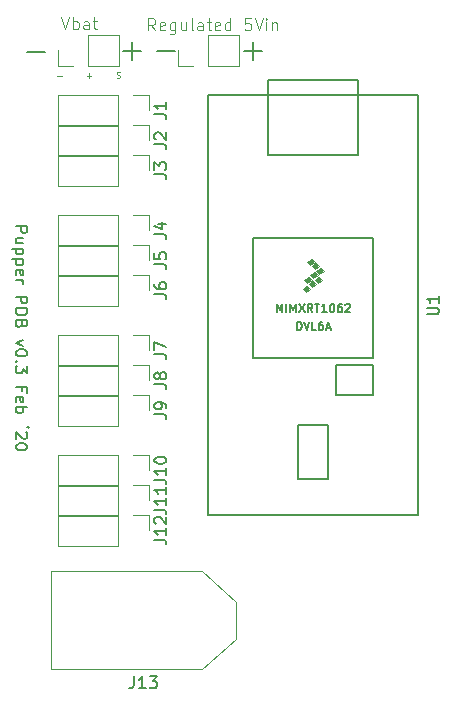
<source format=gbr>
G04 #@! TF.GenerationSoftware,KiCad,Pcbnew,(5.1.4-0-10_14)*
G04 #@! TF.CreationDate,2020-04-05T14:04:58-07:00*
G04 #@! TF.ProjectId,ServoPower2,53657276-6f50-46f7-9765-72322e6b6963,rev?*
G04 #@! TF.SameCoordinates,Original*
G04 #@! TF.FileFunction,Legend,Top*
G04 #@! TF.FilePolarity,Positive*
%FSLAX46Y46*%
G04 Gerber Fmt 4.6, Leading zero omitted, Abs format (unit mm)*
G04 Created by KiCad (PCBNEW (5.1.4-0-10_14)) date 2020-04-05 14:04:58*
%MOMM*%
%LPD*%
G04 APERTURE LIST*
%ADD10C,0.200000*%
%ADD11C,0.070000*%
%ADD12C,0.120000*%
%ADD13C,0.150000*%
%ADD14C,0.100000*%
G04 APERTURE END LIST*
D10*
X159438095Y-63542857D02*
X160961904Y-63542857D01*
X166878095Y-63542857D02*
X168401904Y-63542857D01*
X167640000Y-64304761D02*
X167640000Y-62780952D01*
D11*
X151027142Y-65635714D02*
X151408095Y-65635714D01*
X153550952Y-65635714D02*
X153931904Y-65635714D01*
X153741428Y-65826190D02*
X153741428Y-65445238D01*
X156050952Y-65802380D02*
X156122380Y-65826190D01*
X156241428Y-65826190D01*
X156289047Y-65802380D01*
X156312857Y-65778571D01*
X156336666Y-65730952D01*
X156336666Y-65683333D01*
X156312857Y-65635714D01*
X156289047Y-65611904D01*
X156241428Y-65588095D01*
X156146190Y-65564285D01*
X156098571Y-65540476D01*
X156074761Y-65516666D01*
X156050952Y-65469047D01*
X156050952Y-65421428D01*
X156074761Y-65373809D01*
X156098571Y-65350000D01*
X156146190Y-65326190D01*
X156265238Y-65326190D01*
X156336666Y-65350000D01*
D12*
X151376190Y-60702380D02*
X151709523Y-61702380D01*
X152042857Y-60702380D01*
X152376190Y-61702380D02*
X152376190Y-60702380D01*
X152376190Y-61083333D02*
X152471428Y-61035714D01*
X152661904Y-61035714D01*
X152757142Y-61083333D01*
X152804761Y-61130952D01*
X152852380Y-61226190D01*
X152852380Y-61511904D01*
X152804761Y-61607142D01*
X152757142Y-61654761D01*
X152661904Y-61702380D01*
X152471428Y-61702380D01*
X152376190Y-61654761D01*
X153709523Y-61702380D02*
X153709523Y-61178571D01*
X153661904Y-61083333D01*
X153566666Y-61035714D01*
X153376190Y-61035714D01*
X153280952Y-61083333D01*
X153709523Y-61654761D02*
X153614285Y-61702380D01*
X153376190Y-61702380D01*
X153280952Y-61654761D01*
X153233333Y-61559523D01*
X153233333Y-61464285D01*
X153280952Y-61369047D01*
X153376190Y-61321428D01*
X153614285Y-61321428D01*
X153709523Y-61273809D01*
X154042857Y-61035714D02*
X154423809Y-61035714D01*
X154185714Y-60702380D02*
X154185714Y-61559523D01*
X154233333Y-61654761D01*
X154328571Y-61702380D01*
X154423809Y-61702380D01*
X159319047Y-61802380D02*
X158985714Y-61326190D01*
X158747619Y-61802380D02*
X158747619Y-60802380D01*
X159128571Y-60802380D01*
X159223809Y-60850000D01*
X159271428Y-60897619D01*
X159319047Y-60992857D01*
X159319047Y-61135714D01*
X159271428Y-61230952D01*
X159223809Y-61278571D01*
X159128571Y-61326190D01*
X158747619Y-61326190D01*
X160128571Y-61754761D02*
X160033333Y-61802380D01*
X159842857Y-61802380D01*
X159747619Y-61754761D01*
X159700000Y-61659523D01*
X159700000Y-61278571D01*
X159747619Y-61183333D01*
X159842857Y-61135714D01*
X160033333Y-61135714D01*
X160128571Y-61183333D01*
X160176190Y-61278571D01*
X160176190Y-61373809D01*
X159700000Y-61469047D01*
X161033333Y-61135714D02*
X161033333Y-61945238D01*
X160985714Y-62040476D01*
X160938095Y-62088095D01*
X160842857Y-62135714D01*
X160700000Y-62135714D01*
X160604761Y-62088095D01*
X161033333Y-61754761D02*
X160938095Y-61802380D01*
X160747619Y-61802380D01*
X160652380Y-61754761D01*
X160604761Y-61707142D01*
X160557142Y-61611904D01*
X160557142Y-61326190D01*
X160604761Y-61230952D01*
X160652380Y-61183333D01*
X160747619Y-61135714D01*
X160938095Y-61135714D01*
X161033333Y-61183333D01*
X161938095Y-61135714D02*
X161938095Y-61802380D01*
X161509523Y-61135714D02*
X161509523Y-61659523D01*
X161557142Y-61754761D01*
X161652380Y-61802380D01*
X161795238Y-61802380D01*
X161890476Y-61754761D01*
X161938095Y-61707142D01*
X162557142Y-61802380D02*
X162461904Y-61754761D01*
X162414285Y-61659523D01*
X162414285Y-60802380D01*
X163366666Y-61802380D02*
X163366666Y-61278571D01*
X163319047Y-61183333D01*
X163223809Y-61135714D01*
X163033333Y-61135714D01*
X162938095Y-61183333D01*
X163366666Y-61754761D02*
X163271428Y-61802380D01*
X163033333Y-61802380D01*
X162938095Y-61754761D01*
X162890476Y-61659523D01*
X162890476Y-61564285D01*
X162938095Y-61469047D01*
X163033333Y-61421428D01*
X163271428Y-61421428D01*
X163366666Y-61373809D01*
X163700000Y-61135714D02*
X164080952Y-61135714D01*
X163842857Y-60802380D02*
X163842857Y-61659523D01*
X163890476Y-61754761D01*
X163985714Y-61802380D01*
X164080952Y-61802380D01*
X164795238Y-61754761D02*
X164700000Y-61802380D01*
X164509523Y-61802380D01*
X164414285Y-61754761D01*
X164366666Y-61659523D01*
X164366666Y-61278571D01*
X164414285Y-61183333D01*
X164509523Y-61135714D01*
X164700000Y-61135714D01*
X164795238Y-61183333D01*
X164842857Y-61278571D01*
X164842857Y-61373809D01*
X164366666Y-61469047D01*
X165700000Y-61802380D02*
X165700000Y-60802380D01*
X165700000Y-61754761D02*
X165604761Y-61802380D01*
X165414285Y-61802380D01*
X165319047Y-61754761D01*
X165271428Y-61707142D01*
X165223809Y-61611904D01*
X165223809Y-61326190D01*
X165271428Y-61230952D01*
X165319047Y-61183333D01*
X165414285Y-61135714D01*
X165604761Y-61135714D01*
X165700000Y-61183333D01*
X167414285Y-60802380D02*
X166938095Y-60802380D01*
X166890476Y-61278571D01*
X166938095Y-61230952D01*
X167033333Y-61183333D01*
X167271428Y-61183333D01*
X167366666Y-61230952D01*
X167414285Y-61278571D01*
X167461904Y-61373809D01*
X167461904Y-61611904D01*
X167414285Y-61707142D01*
X167366666Y-61754761D01*
X167271428Y-61802380D01*
X167033333Y-61802380D01*
X166938095Y-61754761D01*
X166890476Y-61707142D01*
X167747619Y-60802380D02*
X168080952Y-61802380D01*
X168414285Y-60802380D01*
X168747619Y-61802380D02*
X168747619Y-61135714D01*
X168747619Y-60802380D02*
X168700000Y-60850000D01*
X168747619Y-60897619D01*
X168795238Y-60850000D01*
X168747619Y-60802380D01*
X168747619Y-60897619D01*
X169223809Y-61135714D02*
X169223809Y-61802380D01*
X169223809Y-61230952D02*
X169271428Y-61183333D01*
X169366666Y-61135714D01*
X169509523Y-61135714D01*
X169604761Y-61183333D01*
X169652380Y-61278571D01*
X169652380Y-61802380D01*
D10*
X148463095Y-63642857D02*
X149986904Y-63642857D01*
X156638095Y-63542857D02*
X158161904Y-63542857D01*
X157400000Y-64304761D02*
X157400000Y-62780952D01*
D13*
X147502619Y-78397619D02*
X148502619Y-78397619D01*
X148502619Y-78778571D01*
X148455000Y-78873809D01*
X148407380Y-78921428D01*
X148312142Y-78969047D01*
X148169285Y-78969047D01*
X148074047Y-78921428D01*
X148026428Y-78873809D01*
X147978809Y-78778571D01*
X147978809Y-78397619D01*
X148169285Y-79826190D02*
X147502619Y-79826190D01*
X148169285Y-79397619D02*
X147645476Y-79397619D01*
X147550238Y-79445238D01*
X147502619Y-79540476D01*
X147502619Y-79683333D01*
X147550238Y-79778571D01*
X147597857Y-79826190D01*
X148169285Y-80302380D02*
X147169285Y-80302380D01*
X148121666Y-80302380D02*
X148169285Y-80397619D01*
X148169285Y-80588095D01*
X148121666Y-80683333D01*
X148074047Y-80730952D01*
X147978809Y-80778571D01*
X147693095Y-80778571D01*
X147597857Y-80730952D01*
X147550238Y-80683333D01*
X147502619Y-80588095D01*
X147502619Y-80397619D01*
X147550238Y-80302380D01*
X148169285Y-81207142D02*
X147169285Y-81207142D01*
X148121666Y-81207142D02*
X148169285Y-81302380D01*
X148169285Y-81492857D01*
X148121666Y-81588095D01*
X148074047Y-81635714D01*
X147978809Y-81683333D01*
X147693095Y-81683333D01*
X147597857Y-81635714D01*
X147550238Y-81588095D01*
X147502619Y-81492857D01*
X147502619Y-81302380D01*
X147550238Y-81207142D01*
X147550238Y-82492857D02*
X147502619Y-82397619D01*
X147502619Y-82207142D01*
X147550238Y-82111904D01*
X147645476Y-82064285D01*
X148026428Y-82064285D01*
X148121666Y-82111904D01*
X148169285Y-82207142D01*
X148169285Y-82397619D01*
X148121666Y-82492857D01*
X148026428Y-82540476D01*
X147931190Y-82540476D01*
X147835952Y-82064285D01*
X147502619Y-82969047D02*
X148169285Y-82969047D01*
X147978809Y-82969047D02*
X148074047Y-83016666D01*
X148121666Y-83064285D01*
X148169285Y-83159523D01*
X148169285Y-83254761D01*
X147502619Y-84350000D02*
X148502619Y-84350000D01*
X148502619Y-84730952D01*
X148455000Y-84826190D01*
X148407380Y-84873809D01*
X148312142Y-84921428D01*
X148169285Y-84921428D01*
X148074047Y-84873809D01*
X148026428Y-84826190D01*
X147978809Y-84730952D01*
X147978809Y-84350000D01*
X147502619Y-85350000D02*
X148502619Y-85350000D01*
X148502619Y-85588095D01*
X148455000Y-85730952D01*
X148359761Y-85826190D01*
X148264523Y-85873809D01*
X148074047Y-85921428D01*
X147931190Y-85921428D01*
X147740714Y-85873809D01*
X147645476Y-85826190D01*
X147550238Y-85730952D01*
X147502619Y-85588095D01*
X147502619Y-85350000D01*
X148026428Y-86683333D02*
X147978809Y-86826190D01*
X147931190Y-86873809D01*
X147835952Y-86921428D01*
X147693095Y-86921428D01*
X147597857Y-86873809D01*
X147550238Y-86826190D01*
X147502619Y-86730952D01*
X147502619Y-86350000D01*
X148502619Y-86350000D01*
X148502619Y-86683333D01*
X148455000Y-86778571D01*
X148407380Y-86826190D01*
X148312142Y-86873809D01*
X148216904Y-86873809D01*
X148121666Y-86826190D01*
X148074047Y-86778571D01*
X148026428Y-86683333D01*
X148026428Y-86350000D01*
X148169285Y-88016666D02*
X147502619Y-88254761D01*
X148169285Y-88492857D01*
X148502619Y-89064285D02*
X148502619Y-89159523D01*
X148455000Y-89254761D01*
X148407380Y-89302380D01*
X148312142Y-89350000D01*
X148121666Y-89397619D01*
X147883571Y-89397619D01*
X147693095Y-89350000D01*
X147597857Y-89302380D01*
X147550238Y-89254761D01*
X147502619Y-89159523D01*
X147502619Y-89064285D01*
X147550238Y-88969047D01*
X147597857Y-88921428D01*
X147693095Y-88873809D01*
X147883571Y-88826190D01*
X148121666Y-88826190D01*
X148312142Y-88873809D01*
X148407380Y-88921428D01*
X148455000Y-88969047D01*
X148502619Y-89064285D01*
X147597857Y-89826190D02*
X147550238Y-89873809D01*
X147502619Y-89826190D01*
X147550238Y-89778571D01*
X147597857Y-89826190D01*
X147502619Y-89826190D01*
X148502619Y-90207142D02*
X148502619Y-90826190D01*
X148121666Y-90492857D01*
X148121666Y-90635714D01*
X148074047Y-90730952D01*
X148026428Y-90778571D01*
X147931190Y-90826190D01*
X147693095Y-90826190D01*
X147597857Y-90778571D01*
X147550238Y-90730952D01*
X147502619Y-90635714D01*
X147502619Y-90350000D01*
X147550238Y-90254761D01*
X147597857Y-90207142D01*
X148026428Y-92350000D02*
X148026428Y-92016666D01*
X147502619Y-92016666D02*
X148502619Y-92016666D01*
X148502619Y-92492857D01*
X147550238Y-93254761D02*
X147502619Y-93159523D01*
X147502619Y-92969047D01*
X147550238Y-92873809D01*
X147645476Y-92826190D01*
X148026428Y-92826190D01*
X148121666Y-92873809D01*
X148169285Y-92969047D01*
X148169285Y-93159523D01*
X148121666Y-93254761D01*
X148026428Y-93302380D01*
X147931190Y-93302380D01*
X147835952Y-92826190D01*
X147502619Y-93730952D02*
X148502619Y-93730952D01*
X148121666Y-93730952D02*
X148169285Y-93826190D01*
X148169285Y-94016666D01*
X148121666Y-94111904D01*
X148074047Y-94159523D01*
X147978809Y-94207142D01*
X147693095Y-94207142D01*
X147597857Y-94159523D01*
X147550238Y-94111904D01*
X147502619Y-94016666D01*
X147502619Y-93826190D01*
X147550238Y-93730952D01*
X148455000Y-95350000D02*
X148502619Y-95350000D01*
X148597857Y-95397619D01*
X148645476Y-95445238D01*
X148407380Y-95826190D02*
X148455000Y-95873809D01*
X148502619Y-95969047D01*
X148502619Y-96207142D01*
X148455000Y-96302380D01*
X148407380Y-96350000D01*
X148312142Y-96397619D01*
X148216904Y-96397619D01*
X148074047Y-96350000D01*
X147502619Y-95778571D01*
X147502619Y-96397619D01*
X148502619Y-97016666D02*
X148502619Y-97111904D01*
X148455000Y-97207142D01*
X148407380Y-97254761D01*
X148312142Y-97302380D01*
X148121666Y-97350000D01*
X147883571Y-97350000D01*
X147693095Y-97302380D01*
X147597857Y-97254761D01*
X147550238Y-97207142D01*
X147502619Y-97111904D01*
X147502619Y-97016666D01*
X147550238Y-96921428D01*
X147597857Y-96873809D01*
X147693095Y-96826190D01*
X147883571Y-96778571D01*
X148121666Y-96778571D01*
X148312142Y-96826190D01*
X148407380Y-96873809D01*
X148455000Y-96921428D01*
X148502619Y-97016666D01*
D14*
G36*
X172593000Y-81153000D02*
G01*
X172847000Y-81407000D01*
X172466000Y-81661000D01*
X172212000Y-81407000D01*
X172593000Y-81153000D01*
G37*
X172593000Y-81153000D02*
X172847000Y-81407000D01*
X172466000Y-81661000D01*
X172212000Y-81407000D01*
X172593000Y-81153000D01*
G36*
X172974000Y-81534000D02*
G01*
X173228000Y-81788000D01*
X172847000Y-82042000D01*
X172593000Y-81788000D01*
X172974000Y-81534000D01*
G37*
X172974000Y-81534000D02*
X173228000Y-81788000D01*
X172847000Y-82042000D01*
X172593000Y-81788000D01*
X172974000Y-81534000D01*
G36*
X172212000Y-83439000D02*
G01*
X172466000Y-83693000D01*
X172085000Y-83947000D01*
X171831000Y-83693000D01*
X172212000Y-83439000D01*
G37*
X172212000Y-83439000D02*
X172466000Y-83693000D01*
X172085000Y-83947000D01*
X171831000Y-83693000D01*
X172212000Y-83439000D01*
G36*
X172720000Y-83058000D02*
G01*
X172974000Y-83312000D01*
X172593000Y-83566000D01*
X172339000Y-83312000D01*
X172720000Y-83058000D01*
G37*
X172720000Y-83058000D02*
X172974000Y-83312000D01*
X172593000Y-83566000D01*
X172339000Y-83312000D01*
X172720000Y-83058000D01*
G36*
X173228000Y-82677000D02*
G01*
X173482000Y-82931000D01*
X173101000Y-83185000D01*
X172847000Y-82931000D01*
X173228000Y-82677000D01*
G37*
X173228000Y-82677000D02*
X173482000Y-82931000D01*
X173101000Y-83185000D01*
X172847000Y-82931000D01*
X173228000Y-82677000D01*
G36*
X172339000Y-82677000D02*
G01*
X172593000Y-82931000D01*
X172212000Y-83185000D01*
X171958000Y-82931000D01*
X172339000Y-82677000D01*
G37*
X172339000Y-82677000D02*
X172593000Y-82931000D01*
X172212000Y-83185000D01*
X171958000Y-82931000D01*
X172339000Y-82677000D01*
G36*
X172847000Y-82296000D02*
G01*
X173101000Y-82550000D01*
X172720000Y-82804000D01*
X172466000Y-82550000D01*
X172847000Y-82296000D01*
G37*
X172847000Y-82296000D02*
X173101000Y-82550000D01*
X172720000Y-82804000D01*
X172466000Y-82550000D01*
X172847000Y-82296000D01*
G36*
X173355000Y-81915000D02*
G01*
X173609000Y-82169000D01*
X173228000Y-82423000D01*
X172974000Y-82169000D01*
X173355000Y-81915000D01*
G37*
X173355000Y-81915000D02*
X173609000Y-82169000D01*
X173228000Y-82423000D01*
X172974000Y-82169000D01*
X173355000Y-81915000D01*
D13*
X174625000Y-90170000D02*
X177800000Y-90170000D01*
X174625000Y-92710000D02*
X174625000Y-90170000D01*
X177800000Y-92710000D02*
X174625000Y-92710000D01*
X177800000Y-90170000D02*
X177800000Y-92710000D01*
X163830000Y-67310000D02*
X181610000Y-67310000D01*
X163830000Y-102870000D02*
X163830000Y-67310000D01*
X181610000Y-102870000D02*
X163830000Y-102870000D01*
X181610000Y-67310000D02*
X181610000Y-102870000D01*
X167640000Y-89535000D02*
X167640000Y-79375000D01*
X177800000Y-89535000D02*
X177800000Y-79375000D01*
X177800000Y-79375000D02*
X167640000Y-79375000D01*
X167640000Y-89535000D02*
X177800000Y-89535000D01*
X173990000Y-95250000D02*
X173990000Y-99822000D01*
X171450000Y-95250000D02*
X173990000Y-95250000D01*
X171450000Y-99822000D02*
X171450000Y-95250000D01*
X173990000Y-99822000D02*
X171450000Y-99822000D01*
X168910000Y-72390000D02*
X168910000Y-67310000D01*
X176530000Y-72390000D02*
X176530000Y-67310000D01*
X168910000Y-72390000D02*
X176530000Y-72390000D01*
X176530000Y-66040000D02*
X176530000Y-67310000D01*
X168910000Y-66040000D02*
X176530000Y-66040000D01*
X168910000Y-67310000D02*
X168910000Y-66040000D01*
D12*
X150475000Y-115910000D02*
X163325000Y-115910000D01*
X166175000Y-113360000D02*
X166175000Y-110210000D01*
X163325000Y-107610000D02*
X150475000Y-107610000D01*
X150475000Y-107610000D02*
X150475000Y-115910000D01*
X163325000Y-115910000D02*
X166175000Y-113360000D01*
X166175000Y-110210000D02*
X163325000Y-107610000D01*
X166430000Y-64830000D02*
X166430000Y-62170000D01*
X163830000Y-64830000D02*
X166430000Y-64830000D01*
X163830000Y-62170000D02*
X166430000Y-62170000D01*
X163830000Y-64830000D02*
X163830000Y-62170000D01*
X162560000Y-64830000D02*
X161230000Y-64830000D01*
X161230000Y-64830000D02*
X161230000Y-63500000D01*
X151070000Y-64830000D02*
X151070000Y-63500000D01*
X152400000Y-64830000D02*
X151070000Y-64830000D01*
X153670000Y-64830000D02*
X153670000Y-62170000D01*
X153670000Y-62170000D02*
X156270000Y-62170000D01*
X153670000Y-64830000D02*
X156270000Y-64830000D01*
X156270000Y-64830000D02*
X156270000Y-62170000D01*
X158810000Y-102810000D02*
X158810000Y-104140000D01*
X157480000Y-102810000D02*
X158810000Y-102810000D01*
X156210000Y-102810000D02*
X156210000Y-105470000D01*
X156210000Y-105470000D02*
X151070000Y-105470000D01*
X156210000Y-102810000D02*
X151070000Y-102810000D01*
X151070000Y-102810000D02*
X151070000Y-105470000D01*
X158810000Y-92650000D02*
X158810000Y-93980000D01*
X157480000Y-92650000D02*
X158810000Y-92650000D01*
X156210000Y-92650000D02*
X156210000Y-95310000D01*
X156210000Y-95310000D02*
X151070000Y-95310000D01*
X156210000Y-92650000D02*
X151070000Y-92650000D01*
X151070000Y-92650000D02*
X151070000Y-95310000D01*
X158810000Y-82490000D02*
X158810000Y-83820000D01*
X157480000Y-82490000D02*
X158810000Y-82490000D01*
X156210000Y-82490000D02*
X156210000Y-85150000D01*
X156210000Y-85150000D02*
X151070000Y-85150000D01*
X156210000Y-82490000D02*
X151070000Y-82490000D01*
X151070000Y-82490000D02*
X151070000Y-85150000D01*
X158810000Y-100270000D02*
X158810000Y-101600000D01*
X157480000Y-100270000D02*
X158810000Y-100270000D01*
X156210000Y-100270000D02*
X156210000Y-102930000D01*
X156210000Y-102930000D02*
X151070000Y-102930000D01*
X156210000Y-100270000D02*
X151070000Y-100270000D01*
X151070000Y-100270000D02*
X151070000Y-102930000D01*
X158810000Y-90110000D02*
X158810000Y-91440000D01*
X157480000Y-90110000D02*
X158810000Y-90110000D01*
X156210000Y-90110000D02*
X156210000Y-92770000D01*
X156210000Y-92770000D02*
X151070000Y-92770000D01*
X156210000Y-90110000D02*
X151070000Y-90110000D01*
X151070000Y-90110000D02*
X151070000Y-92770000D01*
X158810000Y-79950000D02*
X158810000Y-81280000D01*
X157480000Y-79950000D02*
X158810000Y-79950000D01*
X156210000Y-79950000D02*
X156210000Y-82610000D01*
X156210000Y-82610000D02*
X151070000Y-82610000D01*
X156210000Y-79950000D02*
X151070000Y-79950000D01*
X151070000Y-79950000D02*
X151070000Y-82610000D01*
X158810000Y-97730000D02*
X158810000Y-99060000D01*
X157480000Y-97730000D02*
X158810000Y-97730000D01*
X156210000Y-97730000D02*
X156210000Y-100390000D01*
X156210000Y-100390000D02*
X151070000Y-100390000D01*
X156210000Y-97730000D02*
X151070000Y-97730000D01*
X151070000Y-97730000D02*
X151070000Y-100390000D01*
X158810000Y-87570000D02*
X158810000Y-88900000D01*
X157480000Y-87570000D02*
X158810000Y-87570000D01*
X156210000Y-87570000D02*
X156210000Y-90230000D01*
X156210000Y-90230000D02*
X151070000Y-90230000D01*
X156210000Y-87570000D02*
X151070000Y-87570000D01*
X151070000Y-87570000D02*
X151070000Y-90230000D01*
X158810000Y-77410000D02*
X158810000Y-78740000D01*
X157480000Y-77410000D02*
X158810000Y-77410000D01*
X156210000Y-77410000D02*
X156210000Y-80070000D01*
X156210000Y-80070000D02*
X151070000Y-80070000D01*
X156210000Y-77410000D02*
X151070000Y-77410000D01*
X151070000Y-77410000D02*
X151070000Y-80070000D01*
X151070000Y-67250000D02*
X151070000Y-69910000D01*
X156210000Y-67250000D02*
X151070000Y-67250000D01*
X156210000Y-69910000D02*
X151070000Y-69910000D01*
X156210000Y-67250000D02*
X156210000Y-69910000D01*
X157480000Y-67250000D02*
X158810000Y-67250000D01*
X158810000Y-67250000D02*
X158810000Y-68580000D01*
X151070000Y-72330000D02*
X151070000Y-74990000D01*
X156210000Y-72330000D02*
X151070000Y-72330000D01*
X156210000Y-74990000D02*
X151070000Y-74990000D01*
X156210000Y-72330000D02*
X156210000Y-74990000D01*
X157480000Y-72330000D02*
X158810000Y-72330000D01*
X158810000Y-72330000D02*
X158810000Y-73660000D01*
X158810000Y-69790000D02*
X158810000Y-71120000D01*
X157480000Y-69790000D02*
X158810000Y-69790000D01*
X156210000Y-69790000D02*
X156210000Y-72450000D01*
X156210000Y-72450000D02*
X151070000Y-72450000D01*
X156210000Y-69790000D02*
X151070000Y-69790000D01*
X151070000Y-69790000D02*
X151070000Y-72450000D01*
D13*
X182332380Y-85851904D02*
X183141904Y-85851904D01*
X183237142Y-85804285D01*
X183284761Y-85756666D01*
X183332380Y-85661428D01*
X183332380Y-85470952D01*
X183284761Y-85375714D01*
X183237142Y-85328095D01*
X183141904Y-85280476D01*
X182332380Y-85280476D01*
X183332380Y-84280476D02*
X183332380Y-84851904D01*
X183332380Y-84566190D02*
X182332380Y-84566190D01*
X182475238Y-84661428D01*
X182570476Y-84756666D01*
X182618095Y-84851904D01*
X171320000Y-87184666D02*
X171320000Y-86484666D01*
X171486666Y-86484666D01*
X171586666Y-86518000D01*
X171653333Y-86584666D01*
X171686666Y-86651333D01*
X171720000Y-86784666D01*
X171720000Y-86884666D01*
X171686666Y-87018000D01*
X171653333Y-87084666D01*
X171586666Y-87151333D01*
X171486666Y-87184666D01*
X171320000Y-87184666D01*
X171920000Y-86484666D02*
X172153333Y-87184666D01*
X172386666Y-86484666D01*
X172953333Y-87184666D02*
X172620000Y-87184666D01*
X172620000Y-86484666D01*
X173486666Y-86484666D02*
X173353333Y-86484666D01*
X173286666Y-86518000D01*
X173253333Y-86551333D01*
X173186666Y-86651333D01*
X173153333Y-86784666D01*
X173153333Y-87051333D01*
X173186666Y-87118000D01*
X173220000Y-87151333D01*
X173286666Y-87184666D01*
X173420000Y-87184666D01*
X173486666Y-87151333D01*
X173520000Y-87118000D01*
X173553333Y-87051333D01*
X173553333Y-86884666D01*
X173520000Y-86818000D01*
X173486666Y-86784666D01*
X173420000Y-86751333D01*
X173286666Y-86751333D01*
X173220000Y-86784666D01*
X173186666Y-86818000D01*
X173153333Y-86884666D01*
X173820000Y-86984666D02*
X174153333Y-86984666D01*
X173753333Y-87184666D02*
X173986666Y-86484666D01*
X174220000Y-87184666D01*
X169636666Y-85660666D02*
X169636666Y-84960666D01*
X169870000Y-85460666D01*
X170103333Y-84960666D01*
X170103333Y-85660666D01*
X170436666Y-85660666D02*
X170436666Y-84960666D01*
X170770000Y-85660666D02*
X170770000Y-84960666D01*
X171003333Y-85460666D01*
X171236666Y-84960666D01*
X171236666Y-85660666D01*
X171503333Y-84960666D02*
X171970000Y-85660666D01*
X171970000Y-84960666D02*
X171503333Y-85660666D01*
X172636666Y-85660666D02*
X172403333Y-85327333D01*
X172236666Y-85660666D02*
X172236666Y-84960666D01*
X172503333Y-84960666D01*
X172570000Y-84994000D01*
X172603333Y-85027333D01*
X172636666Y-85094000D01*
X172636666Y-85194000D01*
X172603333Y-85260666D01*
X172570000Y-85294000D01*
X172503333Y-85327333D01*
X172236666Y-85327333D01*
X172836666Y-84960666D02*
X173236666Y-84960666D01*
X173036666Y-85660666D02*
X173036666Y-84960666D01*
X173836666Y-85660666D02*
X173436666Y-85660666D01*
X173636666Y-85660666D02*
X173636666Y-84960666D01*
X173570000Y-85060666D01*
X173503333Y-85127333D01*
X173436666Y-85160666D01*
X174270000Y-84960666D02*
X174336666Y-84960666D01*
X174403333Y-84994000D01*
X174436666Y-85027333D01*
X174470000Y-85094000D01*
X174503333Y-85227333D01*
X174503333Y-85394000D01*
X174470000Y-85527333D01*
X174436666Y-85594000D01*
X174403333Y-85627333D01*
X174336666Y-85660666D01*
X174270000Y-85660666D01*
X174203333Y-85627333D01*
X174170000Y-85594000D01*
X174136666Y-85527333D01*
X174103333Y-85394000D01*
X174103333Y-85227333D01*
X174136666Y-85094000D01*
X174170000Y-85027333D01*
X174203333Y-84994000D01*
X174270000Y-84960666D01*
X175103333Y-84960666D02*
X174970000Y-84960666D01*
X174903333Y-84994000D01*
X174870000Y-85027333D01*
X174803333Y-85127333D01*
X174770000Y-85260666D01*
X174770000Y-85527333D01*
X174803333Y-85594000D01*
X174836666Y-85627333D01*
X174903333Y-85660666D01*
X175036666Y-85660666D01*
X175103333Y-85627333D01*
X175136666Y-85594000D01*
X175170000Y-85527333D01*
X175170000Y-85360666D01*
X175136666Y-85294000D01*
X175103333Y-85260666D01*
X175036666Y-85227333D01*
X174903333Y-85227333D01*
X174836666Y-85260666D01*
X174803333Y-85294000D01*
X174770000Y-85360666D01*
X175436666Y-85027333D02*
X175470000Y-84994000D01*
X175536666Y-84960666D01*
X175703333Y-84960666D01*
X175770000Y-84994000D01*
X175803333Y-85027333D01*
X175836666Y-85094000D01*
X175836666Y-85160666D01*
X175803333Y-85260666D01*
X175403333Y-85660666D01*
X175836666Y-85660666D01*
X157515476Y-116512380D02*
X157515476Y-117226666D01*
X157467857Y-117369523D01*
X157372619Y-117464761D01*
X157229761Y-117512380D01*
X157134523Y-117512380D01*
X158515476Y-117512380D02*
X157944047Y-117512380D01*
X158229761Y-117512380D02*
X158229761Y-116512380D01*
X158134523Y-116655238D01*
X158039285Y-116750476D01*
X157944047Y-116798095D01*
X158848809Y-116512380D02*
X159467857Y-116512380D01*
X159134523Y-116893333D01*
X159277380Y-116893333D01*
X159372619Y-116940952D01*
X159420238Y-116988571D01*
X159467857Y-117083809D01*
X159467857Y-117321904D01*
X159420238Y-117417142D01*
X159372619Y-117464761D01*
X159277380Y-117512380D01*
X158991666Y-117512380D01*
X158896428Y-117464761D01*
X158848809Y-117417142D01*
X159262380Y-104949523D02*
X159976666Y-104949523D01*
X160119523Y-104997142D01*
X160214761Y-105092380D01*
X160262380Y-105235238D01*
X160262380Y-105330476D01*
X160262380Y-103949523D02*
X160262380Y-104520952D01*
X160262380Y-104235238D02*
X159262380Y-104235238D01*
X159405238Y-104330476D01*
X159500476Y-104425714D01*
X159548095Y-104520952D01*
X159357619Y-103568571D02*
X159310000Y-103520952D01*
X159262380Y-103425714D01*
X159262380Y-103187619D01*
X159310000Y-103092380D01*
X159357619Y-103044761D01*
X159452857Y-102997142D01*
X159548095Y-102997142D01*
X159690952Y-103044761D01*
X160262380Y-103616190D01*
X160262380Y-102997142D01*
X159262380Y-94313333D02*
X159976666Y-94313333D01*
X160119523Y-94360952D01*
X160214761Y-94456190D01*
X160262380Y-94599047D01*
X160262380Y-94694285D01*
X160262380Y-93789523D02*
X160262380Y-93599047D01*
X160214761Y-93503809D01*
X160167142Y-93456190D01*
X160024285Y-93360952D01*
X159833809Y-93313333D01*
X159452857Y-93313333D01*
X159357619Y-93360952D01*
X159310000Y-93408571D01*
X159262380Y-93503809D01*
X159262380Y-93694285D01*
X159310000Y-93789523D01*
X159357619Y-93837142D01*
X159452857Y-93884761D01*
X159690952Y-93884761D01*
X159786190Y-93837142D01*
X159833809Y-93789523D01*
X159881428Y-93694285D01*
X159881428Y-93503809D01*
X159833809Y-93408571D01*
X159786190Y-93360952D01*
X159690952Y-93313333D01*
X159262380Y-84153333D02*
X159976666Y-84153333D01*
X160119523Y-84200952D01*
X160214761Y-84296190D01*
X160262380Y-84439047D01*
X160262380Y-84534285D01*
X159262380Y-83248571D02*
X159262380Y-83439047D01*
X159310000Y-83534285D01*
X159357619Y-83581904D01*
X159500476Y-83677142D01*
X159690952Y-83724761D01*
X160071904Y-83724761D01*
X160167142Y-83677142D01*
X160214761Y-83629523D01*
X160262380Y-83534285D01*
X160262380Y-83343809D01*
X160214761Y-83248571D01*
X160167142Y-83200952D01*
X160071904Y-83153333D01*
X159833809Y-83153333D01*
X159738571Y-83200952D01*
X159690952Y-83248571D01*
X159643333Y-83343809D01*
X159643333Y-83534285D01*
X159690952Y-83629523D01*
X159738571Y-83677142D01*
X159833809Y-83724761D01*
X159262380Y-102409523D02*
X159976666Y-102409523D01*
X160119523Y-102457142D01*
X160214761Y-102552380D01*
X160262380Y-102695238D01*
X160262380Y-102790476D01*
X160262380Y-101409523D02*
X160262380Y-101980952D01*
X160262380Y-101695238D02*
X159262380Y-101695238D01*
X159405238Y-101790476D01*
X159500476Y-101885714D01*
X159548095Y-101980952D01*
X160262380Y-100457142D02*
X160262380Y-101028571D01*
X160262380Y-100742857D02*
X159262380Y-100742857D01*
X159405238Y-100838095D01*
X159500476Y-100933333D01*
X159548095Y-101028571D01*
X159262380Y-91773333D02*
X159976666Y-91773333D01*
X160119523Y-91820952D01*
X160214761Y-91916190D01*
X160262380Y-92059047D01*
X160262380Y-92154285D01*
X159690952Y-91154285D02*
X159643333Y-91249523D01*
X159595714Y-91297142D01*
X159500476Y-91344761D01*
X159452857Y-91344761D01*
X159357619Y-91297142D01*
X159310000Y-91249523D01*
X159262380Y-91154285D01*
X159262380Y-90963809D01*
X159310000Y-90868571D01*
X159357619Y-90820952D01*
X159452857Y-90773333D01*
X159500476Y-90773333D01*
X159595714Y-90820952D01*
X159643333Y-90868571D01*
X159690952Y-90963809D01*
X159690952Y-91154285D01*
X159738571Y-91249523D01*
X159786190Y-91297142D01*
X159881428Y-91344761D01*
X160071904Y-91344761D01*
X160167142Y-91297142D01*
X160214761Y-91249523D01*
X160262380Y-91154285D01*
X160262380Y-90963809D01*
X160214761Y-90868571D01*
X160167142Y-90820952D01*
X160071904Y-90773333D01*
X159881428Y-90773333D01*
X159786190Y-90820952D01*
X159738571Y-90868571D01*
X159690952Y-90963809D01*
X159262380Y-81613333D02*
X159976666Y-81613333D01*
X160119523Y-81660952D01*
X160214761Y-81756190D01*
X160262380Y-81899047D01*
X160262380Y-81994285D01*
X159262380Y-80660952D02*
X159262380Y-81137142D01*
X159738571Y-81184761D01*
X159690952Y-81137142D01*
X159643333Y-81041904D01*
X159643333Y-80803809D01*
X159690952Y-80708571D01*
X159738571Y-80660952D01*
X159833809Y-80613333D01*
X160071904Y-80613333D01*
X160167142Y-80660952D01*
X160214761Y-80708571D01*
X160262380Y-80803809D01*
X160262380Y-81041904D01*
X160214761Y-81137142D01*
X160167142Y-81184761D01*
X159262380Y-99869523D02*
X159976666Y-99869523D01*
X160119523Y-99917142D01*
X160214761Y-100012380D01*
X160262380Y-100155238D01*
X160262380Y-100250476D01*
X160262380Y-98869523D02*
X160262380Y-99440952D01*
X160262380Y-99155238D02*
X159262380Y-99155238D01*
X159405238Y-99250476D01*
X159500476Y-99345714D01*
X159548095Y-99440952D01*
X159262380Y-98250476D02*
X159262380Y-98155238D01*
X159310000Y-98060000D01*
X159357619Y-98012380D01*
X159452857Y-97964761D01*
X159643333Y-97917142D01*
X159881428Y-97917142D01*
X160071904Y-97964761D01*
X160167142Y-98012380D01*
X160214761Y-98060000D01*
X160262380Y-98155238D01*
X160262380Y-98250476D01*
X160214761Y-98345714D01*
X160167142Y-98393333D01*
X160071904Y-98440952D01*
X159881428Y-98488571D01*
X159643333Y-98488571D01*
X159452857Y-98440952D01*
X159357619Y-98393333D01*
X159310000Y-98345714D01*
X159262380Y-98250476D01*
X159262380Y-89233333D02*
X159976666Y-89233333D01*
X160119523Y-89280952D01*
X160214761Y-89376190D01*
X160262380Y-89519047D01*
X160262380Y-89614285D01*
X159262380Y-88852380D02*
X159262380Y-88185714D01*
X160262380Y-88614285D01*
X159262380Y-79073333D02*
X159976666Y-79073333D01*
X160119523Y-79120952D01*
X160214761Y-79216190D01*
X160262380Y-79359047D01*
X160262380Y-79454285D01*
X159595714Y-78168571D02*
X160262380Y-78168571D01*
X159214761Y-78406666D02*
X159929047Y-78644761D01*
X159929047Y-78025714D01*
X159262380Y-68913333D02*
X159976666Y-68913333D01*
X160119523Y-68960952D01*
X160214761Y-69056190D01*
X160262380Y-69199047D01*
X160262380Y-69294285D01*
X160262380Y-67913333D02*
X160262380Y-68484761D01*
X160262380Y-68199047D02*
X159262380Y-68199047D01*
X159405238Y-68294285D01*
X159500476Y-68389523D01*
X159548095Y-68484761D01*
X159262380Y-73993333D02*
X159976666Y-73993333D01*
X160119523Y-74040952D01*
X160214761Y-74136190D01*
X160262380Y-74279047D01*
X160262380Y-74374285D01*
X159262380Y-73612380D02*
X159262380Y-72993333D01*
X159643333Y-73326666D01*
X159643333Y-73183809D01*
X159690952Y-73088571D01*
X159738571Y-73040952D01*
X159833809Y-72993333D01*
X160071904Y-72993333D01*
X160167142Y-73040952D01*
X160214761Y-73088571D01*
X160262380Y-73183809D01*
X160262380Y-73469523D01*
X160214761Y-73564761D01*
X160167142Y-73612380D01*
X159262380Y-71453333D02*
X159976666Y-71453333D01*
X160119523Y-71500952D01*
X160214761Y-71596190D01*
X160262380Y-71739047D01*
X160262380Y-71834285D01*
X159357619Y-71024761D02*
X159310000Y-70977142D01*
X159262380Y-70881904D01*
X159262380Y-70643809D01*
X159310000Y-70548571D01*
X159357619Y-70500952D01*
X159452857Y-70453333D01*
X159548095Y-70453333D01*
X159690952Y-70500952D01*
X160262380Y-71072380D01*
X160262380Y-70453333D01*
M02*

</source>
